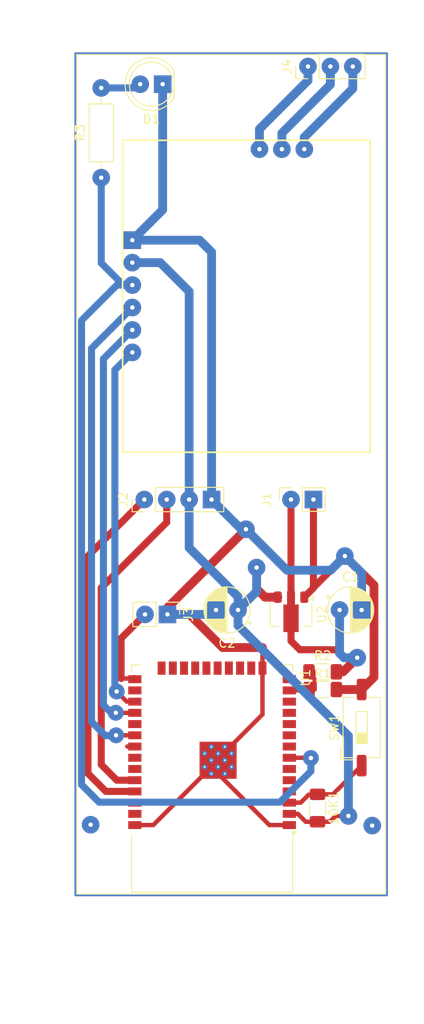
<source format=kicad_pcb>
(kicad_pcb (version 20241229) (generator "pcbnew") (generator_version "9.0")
  (layers (0 "F.Cu" signal) (2 "B.Cu" signal) (13 "F.Paste" user) (15 "B.Paste" user) (5 "F.SilkS" user "F.Silkscreen") (7 "B.SilkS" user "B.Silkscreen") (1 "F.Mask" user) (3 "B.Mask" user) (25 "Edge.Cuts" user))
  (net 0 "")
  (net 1 "Net-(U1-EN)")
  (net 2 "GND")
  (net 3 "Net-(J1-Pin_1)")
  (net 4 "Net-(J3-Pin_2)")
  (net 6 "Net-(J2-Pin_3)")
  (net 23 "Net-(U1-IO35)")
  (net 24 "Net-(J2-Pin_2)")
  (net 27 "unconnected-(U1-IO19-Pad31)")
  (net 29 "Net-(U1-IO18)")
  (net 31 "Net-(U1-IO14)")
  (net 33 "Net-(J2-Pin_1)")
  (net 34 "Net-(J4-Pin_1)")
  (net 35 "Net-(J4-Pin_3)")
  (net 36 "Net-(J4-Pin_2)")
  (net 37 "Net-(U1-IO16)")
  (net 38 "Net-(U1-IO17)")
  (net 41 "Net-(D1-A)")
  (footprint "Capacitor_THT:CP_Radial_D5.0mm_P2.50mm" (layer "F.Cu") (at 156.5 96 180)
    (property "Reference" "C2" (at 1.25 -3.75 0) (layer "F.SilkS"))
    (property "Value" "C")
    (pad "1" thru_hole circle (at 0 0 180) (size 2 2) (drill 0.5) (layers "*.Cu" "*.Mask") (net 6 "Net-(J2-Pin_3)"))
    (pad "2" thru_hole roundrect (at 2.5 0 180) (size 2 2) (drill 0.5) (layers "*.Cu" "*.Mask") (roundrect_rratio 0.125) (net 2 "GND"))
  )
  (footprint "Resistor_THT:R_Axial_DIN0207_L6.3mm_D2.5mm_P10.16mm_Horizontal" (layer "F.Cu") (at 141 47.08 90)
    (property "Reference" "R3" (at 5.08 -2.37 90) (layer "F.SilkS"))
    (property "Value" "R")
    (pad "1" thru_hole circle (at 0 0 90) (size 2 2) (drill 0.5) (layers "*.Cu" "*.Mask") (net 23 "Net-(U1-IO35)"))
    (pad "2" thru_hole circle (at 10.16 0 90) (size 2 2) (drill 0.5) (layers "*.Cu" "*.Mask") (net 41 "Net-(D1-A)"))
  )
  (footprint "LED_THT:LED_D5.0mm" (layer "F.Cu") (at 147.96 36.5 180)
    (property "Reference" "D1" (at 1.27 -3.96 0) (layer "F.SilkS"))
    (property "Value" "LED")
    (pad "1" thru_hole rect (at 0 0 180) (size 2 2) (drill 0.5) (layers "*.Cu" "*.Mask") (net 2 "GND"))
    (pad "2" thru_hole circle (at 2.54 0 180) (size 2 2) (drill 0.5) (layers "*.Cu" "*.Mask") (net 41 "Net-(D1-A)"))
  )
  (footprint "RF_Module:ESP32-WROOM-32" (layer "F.Cu") (at 153.5575 112.09 180)
    (property "Reference" "U1" (at -10.61 8.43 90) (layer "F.SilkS"))
    (property "Value" "ESP32-WROOM-32")
    (pad "1" smd rect (at -8.75 -8.25 180) (size 1.5 0.9) (layers "F.Cu" "F.Mask" "F.Paste") (net 2 "GND"))
    (pad "2" smd rect (at -8.75 -6.98 180) (size 1.5 0.9) (layers "F.Cu" "F.Mask" "F.Paste") (net 6 "Net-(J2-Pin_3)"))
    (pad "3" smd rect (at -8.75 -5.71 180) (size 1.5 0.9) (layers "F.Cu" "F.Mask" "F.Paste") (net 1 "Net-(U1-EN)"))
    (pad "4" smd rect (at -8.75 -4.44 180) (size 1.5 0.9) (layers "F.Cu" "F.Mask" "F.Paste"))
    (pad "5" smd rect (at -8.75 -3.17 180) (size 1.5 0.9) (layers "F.Cu" "F.Mask" "F.Paste"))
    (pad "6" smd rect (at -8.75 -1.9 180) (size 1.5 0.9) (layers "F.Cu" "F.Mask" "F.Paste"))
    (pad "7" smd rect (at -8.75 -0.63 180) (size 1.5 0.9) (layers "F.Cu" "F.Mask" "F.Paste") (net 23 "Net-(U1-IO35)"))
    (pad "8" smd rect (at -8.75 0.64 180) (size 1.5 0.9) (layers "F.Cu" "F.Mask" "F.Paste"))
    (pad "9" smd rect (at -8.75 1.91 180) (size 1.5 0.9) (layers "F.Cu" "F.Mask" "F.Paste"))
    (pad "10" smd rect (at -8.75 3.18 180) (size 1.5 0.9) (layers "F.Cu" "F.Mask" "F.Paste"))
    (pad "11" smd rect (at -8.75 4.45 180) (size 1.5 0.9) (layers "F.Cu" "F.Mask" "F.Paste"))
    (pad "12" smd rect (at -8.75 5.72 180) (size 1.5 0.9) (layers "F.Cu" "F.Mask" "F.Paste"))
    (pad "13" smd rect (at -8.75 6.99 180) (size 1.5 0.9) (layers "F.Cu" "F.Mask" "F.Paste") (net 31 "Net-(U1-IO14)"))
    (pad "14" smd rect (at -8.75 8.26 180) (size 1.5 0.9) (layers "F.Cu" "F.Mask" "F.Paste"))
    (pad "15" smd rect (at -5.71 9.51 270) (size 1.5 0.9) (layers "F.Cu" "F.Mask" "F.Paste") (net 2 "GND"))
    (pad "16" smd rect (at -4.44 9.51 270) (size 1.5 0.9) (layers "F.Cu" "F.Mask" "F.Paste"))
    (pad "17" smd rect (at -3.17 9.51 270) (size 1.5 0.9) (layers "F.Cu" "F.Mask" "F.Paste"))
    (pad "18" smd rect (at -1.9 9.51 270) (size 1.5 0.9) (layers "F.Cu" "F.Mask" "F.Paste"))
    (pad "19" smd rect (at -0.63 9.51 270) (size 1.5 0.9) (layers "F.Cu" "F.Mask" "F.Paste"))
    (pad "20" smd rect (at 0.64 9.51 270) (size 1.5 0.9) (layers "F.Cu" "F.Mask" "F.Paste"))
    (pad "21" smd rect (at 1.91 9.51 270) (size 1.5 0.9) (layers "F.Cu" "F.Mask" "F.Paste"))
    (pad "22" smd rect (at 3.18 9.51 270) (size 1.5 0.9) (layers "F.Cu" "F.Mask" "F.Paste"))
    (pad "23" smd rect (at 4.45 9.51 270) (size 1.5 0.9) (layers "F.Cu" "F.Mask" "F.Paste"))
    (pad "24" smd rect (at 5.72 9.51 270) (size 1.5 0.9) (layers "F.Cu" "F.Mask" "F.Paste"))
    (pad "25" smd rect (at 8.75 8.26 180) (size 1.5 0.9) (layers "F.Cu" "F.Mask" "F.Paste") (net 4 "Net-(J3-Pin_2)"))
    (pad "26" smd rect (at 8.75 6.99 180) (size 1.5 0.9) (layers "F.Cu" "F.Mask" "F.Paste"))
    (pad "27" smd rect (at 8.75 5.72 180) (size 1.5 0.9) (layers "F.Cu" "F.Mask" "F.Paste") (net 37 "Net-(U1-IO16)"))
    (pad "28" smd rect (at 8.75 4.45 180) (size 1.5 0.9) (layers "F.Cu" "F.Mask" "F.Paste") (net 38 "Net-(U1-IO17)"))
    (pad "29" smd rect (at 8.75 3.18 180) (size 1.5 0.9) (layers "F.Cu" "F.Mask" "F.Paste"))
    (pad "30" smd rect (at 8.75 1.91 180) (size 1.5 0.9) (layers "F.Cu" "F.Mask" "F.Paste") (net 29 "Net-(U1-IO18)"))
    (pad "31" smd rect (at 8.75 0.64 180) (size 1.5 0.9) (layers "F.Cu" "F.Mask" "F.Paste") (net 27 "unconnected-(U1-IO19-Pad31)"))
    (pad "32" smd rect (at 8.75 -0.63 180) (size 1.5 0.9) (layers "F.Cu" "F.Mask" "F.Paste"))
    (pad "33" smd rect (at 8.75 -1.9 180) (size 1.5 0.9) (layers "F.Cu" "F.Mask" "F.Paste"))
    (pad "34" smd rect (at 8.75 -3.17 180) (size 1.5 0.9) (layers "F.Cu" "F.Mask" "F.Paste") (net 24 "Net-(J2-Pin_2)"))
    (pad "35" smd rect (at 8.75 -4.44 180) (size 1.5 0.9) (layers "F.Cu" "F.Mask" "F.Paste") (net 33 "Net-(J2-Pin_1)"))
    (pad "36" smd rect (at 8.75 -5.71 180) (size 1.5 0.9) (layers "F.Cu" "F.Mask" "F.Paste"))
    (pad "37" smd rect (at 8.75 -6.98 180) (size 1.5 0.9) (layers "F.Cu" "F.Mask" "F.Paste"))
    (pad "38" smd rect (at 8.75 -8.25 180) (size 1.5 0.9) (layers "F.Cu" "F.Mask" "F.Paste") (net 2 "GND"))
    (pad "39" smd rect (at -2.205 -2.435 180) (size 1.05 1.05) (layers "F.Cu" "F.Paste") (net 2 "GND"))
    (pad "39" thru_hole circle (at -2.205 -1.6725 180) (size 0.6 0.6) (drill 0.2) (property pad_prop_heatsink) (layers "*.Cu" "F.Mask") (net 2 "GND"))
    (pad "39" smd rect (at -2.205 -0.91 180) (size 1.05 1.05) (layers "F.Cu" "F.Paste") (net 2 "GND"))
    (pad "39" thru_hole circle (at -2.205 -0.1475 180) (size 0.6 0.6) (drill 0.2) (property pad_prop_heatsink) (layers "*.Cu" "F.Mask") (net 2 "GND"))
    (pad "39" smd rect (at -2.205 0.615 180) (size 1.05 1.05) (layers "F.Cu" "F.Paste") (net 2 "GND"))
    (pad "39" thru_hole circle (at -1.4425 -2.435 180) (size 0.6 0.6) (drill 0.2) (property pad_prop_heatsink) (layers "*.Cu" "F.Mask") (net 2 "GND"))
    (pad "39" thru_hole circle (at -1.4425 -0.91 180) (size 0.6 0.6) (drill 0.2) (property pad_prop_heatsink) (layers "*.Cu" "F.Mask") (net 2 "GND"))
    (pad "39" thru_hole circle (at -1.4425 0.615 180) (size 0.6 0.6) (drill 0.2) (property pad_prop_heatsink) (layers "*.Cu" "F.Mask") (net 2 "GND"))
    (pad "39" smd rect (at -0.68 -2.435 180) (size 1.05 1.05) (layers "F.Cu" "F.Paste") (net 2 "GND"))
    (pad "39" thru_hole circle (at -0.68 -1.6725 180) (size 0.6 0.6) (drill 0.2) (property pad_prop_heatsink) (layers "*.Cu" "F.Mask") (net 2 "GND"))
    (pad "39" smd rect (at -0.68 -0.91 180) (size 1.05 1.05) (layers "F.Cu" "F.Paste") (net 2 "GND"))
    (pad "39" smd rect (at -0.68 -0.91 180) (size 4.2 4.2) (property pad_prop_heatsink) (layers "F.Cu" "F.Mask") (net 2 "GND"))
    (pad "39" thru_hole circle (at -0.68 -0.1475 180) (size 0.6 0.6) (drill 0.2) (property pad_prop_heatsink) (layers "*.Cu" "F.Mask") (net 2 "GND"))
    (pad "39" smd rect (at -0.68 0.615 180) (size 1.05 1.05) (layers "F.Cu" "F.Paste") (net 2 "GND"))
    (pad "39" thru_hole circle (at 0.0825 -2.435 180) (size 0.6 0.6) (drill 0.2) (property pad_prop_heatsink) (layers "*.Cu" "F.Mask") (net 2 "GND"))
    (pad "39" thru_hole circle (at 0.0825 -0.91 180) (size 0.6 0.6) (drill 0.2) (property pad_prop_heatsink) (layers "*.Cu" "F.Mask") (net 2 "GND"))
    (pad "39" thru_hole circle (at 0.0825 0.615 180) (size 0.6 0.6) (drill 0.2) (property pad_prop_heatsink) (layers "*.Cu" "F.Mask") (net 2 "GND"))
    (pad "39" smd rect (at 0.845 -2.435 180) (size 1.05 1.05) (layers "F.Cu" "F.Paste") (net 2 "GND"))
    (pad "39" thru_hole circle (at 0.845 -1.6725 180) (size 0.6 0.6) (drill 0.2) (property pad_prop_heatsink) (layers "*.Cu" "F.Mask") (net 2 "GND"))
    (pad "39" smd rect (at 0.845 -0.91 180) (size 1.05 1.05) (layers "F.Cu" "F.Paste") (net 2 "GND"))
    (pad "39" thru_hole circle (at 0.845 -0.1475 180) (size 0.6 0.6) (drill 0.2) (property pad_prop_heatsink) (layers "*.Cu" "F.Mask") (net 2 "GND"))
    (pad "39" smd rect (at 0.845 0.615 180) (size 1.05 1.05) (layers "F.Cu" "F.Paste") (net 2 "GND"))
  )
  (footprint "Package_TO_SOT_SMD:SOT-89-3" (layer "F.Cu") (at 162.5 96.5 -90)
    (property "Reference" "U2" (at 0 -3.5 90) (layer "F.SilkS"))
    (property "Value" "HT75xx-1-SOT89")
    (pad "1" smd roundrect (at -1.95 -1.5 270) (size 1.3 0.9) (layers "F.Cu" "F.Mask" "F.Paste") (net 2 "GND"))
    (pad "2" smd custom (at -1.8625 0 270) (size 1.475 0.9) (layers "F.Cu" "F.Mask" "F.Paste") (net 3 "Net-(J1-Pin_1)") (options (clearance outline) (anchor rect)) (primitives (gr_poly (pts (xy 3.8625 0.8665) (xy 0.7375 0.8665) (xy 0.7375 -0.8665) (xy 3.8625 -0.8665)) (width 0) (fill yes))))
    (pad "3" smd roundrect (at -1.95 1.5 270) (size 1.3 0.9) (layers "F.Cu" "F.Mask" "F.Paste") (net 6 "Net-(J2-Pin_3)"))
  )
  (footprint "Connector_PinHeader_2.54mm:PinHeader_1x02_P2.54mm_Vertical" (layer "F.Cu") (at 148.5 96.5 -90)
    (property "Reference" "J3" (at 0 -2.38 90) (layer "F.SilkS"))
    (property "Value" "Boot")
    (pad "1" thru_hole rect (at 0 0 270) (size 2 2) (drill 0.5) (layers "*.Cu" "*.Mask") (net 2 "GND"))
    (pad "2" thru_hole circle (at 0 2.54 270) (size 2 2) (drill 0.5) (layers "*.Cu" "*.Mask") (net 4 "Net-(J3-Pin_2)"))
  )
  (footprint "Resistor_SMD:R_1206_3216Metric_Pad1.30x1.75mm_HandSolder" (layer "F.Cu") (at 166.0875 105)
    (property "Reference" "R1" (at 0 -1.83 0) (layer "F.SilkS"))
    (property "Value" "R")
    (pad "1" smd roundrect (at -1.55 0) (size 1.3 1.75) (layers "F.Cu" "F.Mask" "F.Paste") (roundrect_rratio 0.192308) (net 31 "Net-(U1-IO14)"))
    (pad "2" smd roundrect (at 1.55 0) (size 1.3 1.75) (layers "F.Cu" "F.Mask" "F.Paste") (roundrect_rratio 0.192308) (net 2 "GND"))
  )
  (footprint "Library:ad8232_board" (layer "F.Cu") (at 171.425 43.85 -90)
    (property "Reference" "U3" (hide yes))
    (property "Value" "~" (hide yes))
    (pad "1" thru_hole circle (at 0 7.42 270) (size 2 2) (drill 0.5) (layers "*.Cu" "*.Mask") (net 35 "Net-(J4-Pin_3)"))
    (pad "2" thru_hole circle (at 0 9.96 270) (size 2 2) (drill 0.5) (layers "*.Cu" "*.Mask") (net 36 "Net-(J4-Pin_2)"))
    (pad "3" thru_hole circle (at 0 12.5 270) (size 2 2) (drill 0.5) (layers "*.Cu" "*.Mask") (net 34 "Net-(J4-Pin_1)"))
    (pad "4" thru_hole rect (at 10.3 26.9 270) (size 2 2) (drill 0.5) (layers "*.Cu" "*.Mask") (net 2 "GND"))
    (pad "5" thru_hole circle (at 12.84 26.9 270) (size 2 2) (drill 0.5) (layers "*.Cu" "*.Mask") (net 6 "Net-(J2-Pin_3)"))
    (pad "6" thru_hole circle (at 15.38 26.9 270) (size 2 2) (drill 0.5) (layers "*.Cu" "*.Mask") (net 23 "Net-(U1-IO35)"))
    (pad "7" thru_hole circle (at 17.92 26.9 270) (size 2 2) (drill 0.5) (layers "*.Cu" "*.Mask") (net 29 "Net-(U1-IO18)"))
    (pad "8" thru_hole circle (at 20.46 26.9 270) (size 2 2) (drill 0.5) (layers "*.Cu" "*.Mask") (net 38 "Net-(U1-IO17)"))
    (pad "9" thru_hole circle (at 23 26.9 270) (size 2 2) (drill 0.5) (layers "*.Cu" "*.Mask") (net 37 "Net-(U1-IO16)"))
  )
  (footprint "Resistor_SMD:R_1206_3216Metric_Pad1.30x1.75mm_HandSolder" (layer "F.Cu") (at 165.5 118.4125 -90)
    (property "Reference" "10K1" (at 0 -1.83 270) (layer "F.SilkS"))
    (property "Value" "R")
    (pad "1" smd roundrect (at -1.55 0 270) (size 1.3 1.75) (layers "F.Cu" "F.Mask" "F.Paste") (roundrect_rratio 0.192308) (net 1 "Net-(U1-EN)"))
    (pad "2" smd roundrect (at 1.55 0 270) (size 1.3 1.75) (layers "F.Cu" "F.Mask" "F.Paste") (roundrect_rratio 0.192308) (net 6 "Net-(J2-Pin_3)"))
  )
  (footprint "Capacitor_THT:CP_Radial_D5.0mm_P2.50mm" (layer "F.Cu") (at 168 96)
    (property "Reference" "C1" (at 1.25 -3.75 0) (layer "F.SilkS"))
    (property "Value" "C")
    (pad "1" thru_hole circle (at 0 0) (size 2 2) (drill 0.5) (layers "*.Cu" "*.Mask") (net 3 "Net-(J1-Pin_1)"))
    (pad "2" thru_hole roundrect (at 2.5 0) (size 2 2) (drill 0.5) (layers "*.Cu" "*.Mask") (roundrect_rratio 0.125) (net 2 "GND"))
  )
  (footprint "Connector_PinHeader_2.54mm:PinHeader_1x04_P2.54mm_Vertical" (layer "F.Cu") (at 145.88 83.5 90)
    (property "Reference" "J2" (at 0 -2.38 90) (layer "F.SilkS"))
    (property "Value" "Conn_01x04_Socket")
    (pad "1" thru_hole circle (at 0 0 90) (size 2 2) (drill 0.5) (layers "*.Cu" "*.Mask") (net 33 "Net-(J2-Pin_1)"))
    (pad "2" thru_hole circle (at 0 2.54 90) (size 2 2) (drill 0.5) (layers "*.Cu" "*.Mask") (net 24 "Net-(J2-Pin_2)"))
    (pad "3" thru_hole circle (at 0 5.08 90) (size 2 2) (drill 0.5) (layers "*.Cu" "*.Mask") (net 6 "Net-(J2-Pin_3)"))
    (pad "4" thru_hole rect (at 0 7.62 90) (size 2 2) (drill 0.5) (layers "*.Cu" "*.Mask") (net 2 "GND"))
  )
  (footprint "Connector_PinHeader_2.54mm:PinHeader_1x03_P2.54mm_Vertical" (layer "F.Cu") (at 164.42 34.5 90)
    (property "Reference" "J4" (at 0 -2.38 90) (layer "F.SilkS"))
    (property "Value" "Conn_01x03_Socket")
    (pad "1" thru_hole circle (at 0 0 90) (size 2 2) (drill 0.5) (layers "*.Cu" "*.Mask") (net 34 "Net-(J4-Pin_1)"))
    (pad "2" thru_hole circle (at 0 2.54 90) (size 2 2) (drill 0.5) (layers "*.Cu" "*.Mask") (net 36 "Net-(J4-Pin_2)"))
    (pad "3" thru_hole circle (at 0 5.08 90) (size 2 2) (drill 0.5) (layers "*.Cu" "*.Mask") (net 35 "Net-(J4-Pin_3)"))
  )
  (footprint "Button_Switch_SMD:SW_DIP_SPSTx01_Slide_6.7x4.1mm_W8.61mm_P2.54mm_LowProfile" (layer "F.Cu") (at 170.5 109.305 90)
    (property "Reference" "SW1" (at 0 -3.11 90) (layer "F.SilkS"))
    (property "Value" "Reset")
    (pad "1" smd roundrect (at -4.305 0 90) (size 2.44 1.12) (layers "F.Cu" "F.Mask" "F.Paste") (roundrect_rratio 0.223214) (net 1 "Net-(U1-EN)"))
    (pad "2" smd roundrect (at 4.305 0 90) (size 2.44 1.12) (layers "F.Cu" "F.Mask" "F.Paste") (roundrect_rratio 0.223214) (net 2 "GND"))
  )
  (footprint "Connector_PinSocket_2.54mm:PinSocket_1x02_P2.54mm_Vertical" (layer "F.Cu") (at 162.5 83.5 90)
    (property "Reference" "J1" (at 0 -2.77 90) (layer "F.SilkS"))
    (property "Value" "Battery")
    (pad "1" thru_hole circle (at 0 0 90) (size 2 2) (drill 0.5) (layers "*.Cu" "*.Mask") (net 3 "Net-(J1-Pin_1)"))
    (pad "2" thru_hole rect (at 0 2.54 90) (size 2 2) (drill 0.5) (layers "*.Cu" "*.Mask") (net 2 "GND"))
  )
  (footprint "Resistor_SMD:R_1206_3216Metric_Pad1.30x1.75mm_HandSolder" (layer "F.Cu") (at 166.0875 103)
    (property "Reference" "R2" (at 0 -1.83 0) (layer "F.SilkS"))
    (property "Value" "R")
    (pad "1" smd roundrect (at -1.55 0) (size 1.3 1.75) (layers "F.Cu" "F.Mask" "F.Paste") (roundrect_rratio 0.192308) (net 31 "Net-(U1-IO14)"))
    (pad "2" smd roundrect (at 1.55 0) (size 1.3 1.75) (layers "F.Cu" "F.Mask" "F.Paste") (roundrect_rratio 0.192308) (net 3 "Net-(J1-Pin_1)"))
  )
  (gr_rect (start 138.068233 32.999009) (end 173.370778 128.299732) (stroke (width 0.2)) (fill no) (layer "F.Cu"))
  (gr_rect (start 138.068233 32.999009) (end 173.370778 128.299732) (stroke (width 0.2)) (fill no) (layer "B.Cu"))
  (gr_rect (start 138.22 33.15) (end 173.22 128.15) (stroke (width 0.1)) (fill no) (layer "F.SilkS"))
  (via (at 139.8 120.3) (size 2) (drill 0.5) (layers "F.Cu" "B.Cu") (net 0))
  (via (at 171.7 120.4) (size 2) (drill 0.5) (layers "F.Cu" "B.Cu") (net 0))
  (segment (start 167.2475 116.8625) (end 170.5 113.61) (width 0.5) (layer "F.Cu") (net 1))
  (segment (start 162.3075 117.8) (end 163.6 117.8) (width 0.5) (layer "F.Cu") (net 1))
  (segment (start 170.544351 113.654351) (end 170.5 113.61) (width 0.5) (layer "F.Cu") (net 1))
  (segment (start 163.6 117.8) (end 164.5 116.9) (width 0.5) (layer "F.Cu") (net 1))
  (segment (start 164.9 116.9) (end 164.9375 116.8625) (width 0.5) (layer "F.Cu") (net 1))
  (segment (start 164.5 116.9) (end 164.9 116.9) (width 0.5) (layer "F.Cu") (net 1))
  (segment (start 164.9375 116.8625) (end 167.2475 116.8625) (width 0.5) (layer "F.Cu") (net 1))
  (segment (start 165.04 83.5) (end 165.04 93.51) (width 0.8) (layer "F.Cu") (net 2))
  (segment (start 159.2675 107.8175) (end 153.885 113.2) (width 0.5) (layer "F.Cu") (net 2))
  (segment (start 154 96) (end 153.5 96) (width 0.5) (layer "F.Cu") (net 2))
  (segment (start 164 94.55) (end 165.04 93.51) (width 0.8) (layer "F.Cu") (net 2))
  (segment (start 171.9 103.6) (end 170.5 105) (width 1) (layer "F.Cu") (net 2))
  (segment (start 165.04 93.51) (end 165.04 93.46) (width 0.5) (layer "F.Cu") (net 2))
  (segment (start 152.760426 91.5) (end 152.75 91.5) (width 1) (layer "F.Cu") (net 2))
  (segment (start 157.396874 86.863552) (end 152.760426 91.5) (width 1) (layer "F.Cu") (net 2))
  (segment (start 152.75 91.5) (end 148.5 95.75) (width 1) (layer "F.Cu") (net 2))
  (segment (start 154.75 100.25) (end 159.25 100.25) (width 1) (layer "F.Cu") (net 2))
  (segment (start 160.0525 120.34) (end 154.2375 114.525) (width 0.5) (layer "F.Cu") (net 2))
  (segment (start 171.9 93.2) (end 171.9 103.6) (width 1) (layer "F.Cu") (net 2))
  (segment (start 148.5 95.75) (end 148.5 96.5) (width 1) (layer "F.Cu") (net 2))
  (segment (start 168.6 89.9) (end 165.04 93.46) (width 0.8) (layer "F.Cu") (net 2))
  (segment (start 159.2675 102.58) (end 159.2675 107.8175) (width 0.5) (layer "F.Cu") (net 2))
  (segment (start 167.6375 105) (end 170.5 105) (width 1) (layer "F.Cu") (net 2))
  (segment (start 162.3075 120.34) (end 160.0525 120.34) (width 0.5) (layer "F.Cu") (net 2))
  (segment (start 168.6 89.9) (end 171.9 93.2) (width 1) (layer "F.Cu") (net 2))
  (segment (start 144.8075 120.34) (end 146.8975 120.34) (width 0.5) (layer "F.Cu") (net 2))
  (segment (start 159.2675 100.2675) (end 159.2675 102.58) (width 0.5) (layer "F.Cu") (net 2))
  (segment (start 159.25 100.25) (end 159.2675 100.2675) (width 1) (layer "F.Cu") (net 2))
  (segment (start 151 96.5) (end 154.75 100.25) (width 1) (layer "F.Cu") (net 2))
  (segment (start 148.5 96.5) (end 151 96.5) (width 1) (layer "F.Cu") (net 2))
  (segment (start 146.8975 120.34) (end 154.2375 113) (width 0.5) (layer "F.Cu") (net 2))
  (via (at 157.396874 86.863552) (size 2) (drill 0.5) (layers "F.Cu" "B.Cu") (net 2))
  (via (at 168.6 89.9) (size 2) (drill 0.5) (layers "F.Cu" "B.Cu") (net 2))
  (segment (start 153.5 55.5) (end 153.5 83.5) (width 1) (layer "B.Cu") (net 2))
  (segment (start 157.396874 86.863552) (end 156.863552 86.863552) (width 1) (layer "B.Cu") (net 2))
  (segment (start 147.96 50.715) (end 144.525 54.15) (width 1) (layer "B.Cu") (net 2))
  (segment (start 170.5 91.8) (end 168.6 89.9) (width 1) (layer "B.Cu") (net 2))
  (segment (start 170.5 96) (end 170.5 91.8) (width 1) (layer "B.Cu") (net 2))
  (segment (start 152.15 54.15) (end 153.5 55.5) (width 1) (layer "B.Cu") (net 2))
  (segment (start 148.5 96.5) (end 153.5 96.5) (width 1) (layer "B.Cu") (net 2))
  (segment (start 147.96 36.5) (end 147.96 50.715) (width 1) (layer "B.Cu") (net 2))
  (segment (start 167 91.5) (end 168.6 89.9) (width 1) (layer "B.Cu") (net 2))
  (segment (start 157.396874 86.863552) (end 162.033322 91.5) (width 1) (layer "B.Cu") (net 2))
  (segment (start 156.863552 86.863552) (end 153.5 83.5) (width 1) (layer "B.Cu") (net 2))
  (segment (start 153.5 96.5) (end 154 96) (width 1) (layer "B.Cu") (net 2))
  (segment (start 144.525 54.15) (end 152.15 54.15) (width 1) (layer "B.Cu") (net 2))
  (segment (start 162.033322 91.5) (end 167 91.5) (width 1) (layer "B.Cu") (net 2))
  (segment (start 168.4 103) (end 170 101.4) (width 1) (layer "F.Cu") (net 3))
  (segment (start 167.6375 102.3625) (end 167.6375 103) (width 0.5) (layer "F.Cu") (net 3))
  (segment (start 162.5 94.6375) (end 162.5 83.5) (width 0.8) (layer "F.Cu") (net 3))
  (segment (start 168.7 101.2) (end 169.8 101.2) (width 0.5) (layer "F.Cu") (net 3))
  (segment (start 162.5 99.5) (end 162.5 94.6375) (width 0.8) (layer "F.Cu") (net 3))
  (segment (start 163.5 100.5) (end 162.5 99.5) (width 0.8) (layer "F.Cu") (net 3))
  (segment (start 169.8 101.2) (end 170 101.4) (width 0.5) (layer "F.Cu") (net 3))
  (segment (start 170 101.4) (end 168.9 101.4) (width 0.5) (layer "F.Cu") (net 3))
  (segment (start 170 101.4) (end 168.5 101.4) (width 0.8) (layer "F.Cu") (net 3))
  (segment (start 168.5 101.4) (end 167.6 100.5) (width 0.8) (layer "F.Cu") (net 3))
  (segment (start 167.6375 103) (end 168.4 103) (width 0.5) (layer "F.Cu") (net 3))
  (segment (start 167.6 100.5) (end 163.5 100.5) (width 0.8) (layer "F.Cu") (net 3))
  (via (at 170 101.4) (size 2) (drill 0.5) (layers "F.Cu" "B.Cu") (net 3))
  (segment (start 168.5 101.4) (end 168 100.9) (width 1) (layer "B.Cu") (net 3))
  (segment (start 170 101.4) (end 168.5 101.4) (width 1) (layer "B.Cu") (net 3))
  (segment (start 168 100.9) (end 168 96) (width 1) (layer "B.Cu") (net 3))
  (segment (start 143.25 103.75) (end 143.25 99.21) (width 0.8) (layer "F.Cu") (net 4))
  (segment (start 143.25 99.21) (end 145.96 96.5) (width 0.8) (layer "F.Cu") (net 4))
  (segment (start 144.7275 103.75) (end 144.8075 103.83) (width 0.8) (layer "F.Cu") (net 4))
  (segment (start 143.25 103.75) (end 144.7275 103.75) (width 0.5) (layer "F.Cu") (net 4))
  (segment (start 162.3075 119.07) (end 162.3285 119.049) (width 0.5) (layer "F.Cu") (net 6))
  (segment (start 166.894189 119.9625) (end 167.531689 119.325) (width 0.5) (layer "F.Cu") (net 6))
  (segment (start 167.531689 119.325) (end 168.977273 119.325) (width 0.5) (layer "F.Cu") (net 6))
  (segment (start 167.554416 119.302273) (end 167.531689 119.325) (width 0.5) (layer "F.Cu") (net 6))
  (segment (start 163.27 119.07) (end 164.1625 119.9625) (width 0.5) (layer "F.Cu") (net 6))
  (segment (start 168.977273 119.325) (end 169 119.302273) (width 0.5) (layer "F.Cu") (net 6))
  (segment (start 164.1625 119.9625) (end 166.894189 119.9625) (width 0.5) (layer "F.Cu") (net 6))
  (segment (start 162.3075 119.07) (end 163.27 119.07) (width 0.5) (layer "F.Cu") (net 6))
  (segment (start 158.6 93.6) (end 159.55 94.55) (width 1) (layer "F.Cu") (net 6))
  (segment (start 159.55 94.55) (end 161 94.55) (width 1) (layer "F.Cu") (net 6))
  (segment (start 158.6 91.2) (end 158.6 93.6) (width 1) (layer "F.Cu") (net 6))
  (via (at 169 119.302273) (size 2) (drill 0.5) (layers "F.Cu" "B.Cu") (net 6))
  (via (at 158.6 91.2) (size 2) (drill 0.5) (layers "F.Cu" "B.Cu") (net 6))
  (segment (start 156.5 97.75) (end 156.5 96) (width 1) (layer "B.Cu") (net 6))
  (segment (start 158.6 93.9) (end 156.5 96) (width 1) (layer "B.Cu") (net 6))
  (segment (start 150.96 59.96) (end 150.96 83.5) (width 1) (layer "B.Cu") (net 6))
  (segment (start 150.96 88.96) (end 156.5 94.5) (width 1) (layer "B.Cu") (net 6))
  (segment (start 169 110.25) (end 156.5 97.75) (width 1) (layer "B.Cu") (net 6))
  (segment (start 147.69 56.69) (end 150.96 59.96) (width 1) (layer "B.Cu") (net 6))
  (segment (start 169 119.302273) (end 169 110.25) (width 1) (layer "B.Cu") (net 6))
  (segment (start 156.5 94.5) (end 156.5 96) (width 1) (layer "B.Cu") (net 6))
  (segment (start 158.6 91.2) (end 158.6 93.9) (width 1) (layer "B.Cu") (net 6))
  (segment (start 144.525 56.69) (end 147.69 56.69) (width 1) (layer "B.Cu") (net 6))
  (segment (start 150.96 83.5) (end 150.96 88.96) (width 1) (layer "B.Cu") (net 6))
  (segment (start 162.3075 112.72) (end 164.72 112.72) (width 0.5) (layer "F.Cu") (net 23))
  (segment (start 164.72 112.72) (end 164.75 112.75) (width 0.2) (layer "F.Cu") (net 23))
  (via (at 164.75 112.75) (size 1.8) (drill 0.5) (layers "F.Cu" "B.Cu") (net 23))
  (segment (start 144.525 59.23) (end 143.5 59.23) (width 0.8) (layer "B.Cu") (net 23))
  (segment (start 140.75 117.75) (end 161.25 117.75) (width 0.8) (layer "B.Cu") (net 23))
  (segment (start 161.25 117.75) (end 164.75 114.25) (width 0.8) (layer "B.Cu") (net 23))
  (segment (start 141 47.08) (end 141 56.73) (width 0.8) (layer "B.Cu") (net 23))
  (segment (start 164.75 114.25) (end 164.75 112.75) (width 0.8) (layer "B.Cu") (net 23))
  (segment (start 143.5 59.23) (end 142.77 59.23) (width 0.8) (layer "B.Cu") (net 23))
  (segment (start 141 56.73) (end 143.5 59.23) (width 0.8) (layer "B.Cu") (net 23))
  (segment (start 142.77 59.23) (end 138.769233 63.230767) (width 0.8) (layer "B.Cu") (net 23))
  (segment (start 138.769233 63.230767) (end 138.769233 115.769233) (width 0.8) (layer "B.Cu") (net 23))
  (segment (start 138.769233 115.769233) (end 140.75 117.75) (width 0.8) (layer "B.Cu") (net 23))
  (segment (start 144.8075 115.26) (end 142.76 115.26) (width 0.8) (layer "F.Cu") (net 24))
  (segment (start 144.777065 115.290435) (end 144.8075 115.26) (width 0.5) (layer "F.Cu") (net 24))
  (segment (start 142.76 115.26) (end 141 113.5) (width 0.8) (layer "F.Cu") (net 24))
  (segment (start 141 93.5) (end 148.42 86.08) (width 0.8) (layer "F.Cu") (net 24))
  (segment (start 141 113.5) (end 141 93.5) (width 0.8) (layer "F.Cu") (net 24))
  (segment (start 148.42 86.08) (end 148.42 83.5) (width 0.8) (layer "F.Cu") (net 24))
  (segment (start 144.7575 111.5) (end 144.8075 111.45) (width 0.3) (layer "F.Cu") (net 27))
  (segment (start 144.8075 111.45) (end 143.951817 111.45) (width 0.5) (layer "F.Cu") (net 27))
  (segment (start 142.536315 110.18) (end 142.68 110.18) (width 0.3) (layer "F.Cu") (net 29))
  (segment (start 144.771185 110.216315) (end 144.8075 110.18) (width 0.3) (layer "F.Cu") (net 29))
  (segment (start 144.8075 110.18) (end 142.536315 110.18) (width 0.5) (layer "F.Cu") (net 29))
  (via (at 142.68 110.18) (size 1.8) (drill 0.5) (layers "F.Cu" "B.Cu") (net 29))
  (segment (start 139.899 108.649) (end 139.899 66.396) (width 0.8) (layer "B.Cu") (net 29))
  (segment (start 142.643685 110.216315) (end 141.466315 110.216315) (width 0.8) (layer "B.Cu") (net 29))
  (segment (start 141.466315 110.216315) (end 139.899 108.649) (width 0.8) (layer "B.Cu") (net 29))
  (segment (start 139.899 66.396) (end 144.525 61.77) (width 0.8) (layer "B.Cu") (net 29))
  (segment (start 142.68 110.18) (end 142.643685 110.216315) (width 0.8) (layer "B.Cu") (net 29))
  (segment (start 164.975 104.8) (end 165.175 105) (width 0.5) (layer "F.Cu") (net 31))
  (segment (start 162.3075 105.1) (end 165.075 105.1) (width 0.5) (layer "F.Cu") (net 31))
  (segment (start 165.175 103) (end 165.175 105) (width 0.5) (layer "F.Cu") (net 31))
  (segment (start 144.8075 116.53) (end 141.53 116.53) (width 0.8) (layer "F.Cu") (net 33))
  (segment (start 139.5 114.5) (end 139.5 89.88) (width 0.8) (layer "F.Cu") (net 33))
  (segment (start 141.53 116.53) (end 139.5 114.5) (width 0.8) (layer "F.Cu") (net 33))
  (segment (start 144.7775 116.5) (end 144.8075 116.53) (width 0.5) (layer "F.Cu") (net 33))
  (segment (start 139.5 89.88) (end 145.88 83.5) (width 0.8) (layer "F.Cu") (net 33))
  (segment (start 158.925 41.575) (end 158.925 43.85) (width 1) (layer "B.Cu") (net 34))
  (segment (start 164.42 34.5) (end 164.42 36.08) (width 1) (layer "B.Cu") (net 34))
  (segment (start 158.96 43.815) (end 158.925 43.85) (width 1) (layer "B.Cu") (net 34))
  (segment (start 164.42 36.08) (end 158.925 41.575) (width 1) (layer "B.Cu") (net 34))
  (segment (start 164.005 42.505) (end 164.005 43.85) (width 1) (layer "B.Cu") (net 35))
  (segment (start 164 42.5) (end 164.005 42.505) (width 1) (layer "B.Cu") (net 35))
  (segment (start 164.04 43.815) (end 164.005 43.85) (width 1) (layer "B.Cu") (net 35))
  (segment (start 169.5 34.5) (end 169.5 37) (width 1) (layer "B.Cu") (net 35))
  (segment (start 169.5 37) (end 164 42.5) (width 1) (layer "B.Cu") (net 35))
  (segment (start 161.5 43.815) (end 161.465 43.85) (width 1) (layer "B.Cu") (net 36))
  (segment (start 161.465 42.035) (end 161.465 43.85) (width 1) (layer "B.Cu") (net 36))
  (segment (start 166.96 36.54) (end 161.465 42.035) (width 1) (layer "B.Cu") (net 36))
  (segment (start 166.96 34.5) (end 166.96 36.54) (width 1) (layer "B.Cu") (net 36))
  (segment (start 143.886244 106.359578) (end 144.797078 106.359578) (width 0.5) (layer "F.Cu") (net 37))
  (segment (start 144.797078 106.359578) (end 144.8075 106.37) (width 0.3) (layer "F.Cu") (net 37))
  (segment (start 142.75 105.223334) (end 143.886244 106.359578) (width 0.5) (layer "F.Cu") (net 37))
  (via (at 142.75 105.223334) (size 1.8) (drill 0.5) (layers "F.Cu" "B.Cu") (net 37))
  (segment (start 142.75 105.223334) (end 142.547754 105.021088) (width 0.5) (layer "B.Cu") (net 37))
  (segment (start 142.547754 68.827246) (end 144.525 66.85) (width 0.8) (layer "B.Cu") (net 37))
  (segment (start 142.547754 105.021088) (end 142.547754 68.827246) (width 0.8) (layer "B.Cu") (net 37))
  (segment (start 144.766907 107.680593) (end 144.8075 107.64) (width 0.3) (layer "F.Cu") (net 38))
  (segment (start 144.8075 107.64) (end 142.658717 107.64) (width 0.5) (layer "F.Cu") (net 38))
  (segment (start 142.658717 107.64) (end 142.64693 107.628213) (width 0.3) (layer "F.Cu") (net 38))
  (via (at 142.64693 107.628213) (size 1.8) (drill 0.5) (layers "F.Cu" "B.Cu") (net 38))
  (segment (start 141.25 67.585) (end 144.525 64.31) (width 0.8) (layer "B.Cu") (net 38))
  (segment (start 141.25 106.75) (end 141.25 67.585) (width 0.8) (layer "B.Cu") (net 38))
  (segment (start 142.128213 107.628213) (end 142.64693 107.628213) (width 0.8) (layer "B.Cu") (net 38))
  (segment (start 141.25 106.75) (end 142.128213 107.628213) (width 0.8) (layer "B.Cu") (net 38))
  (segment (start 145 36.92) (end 145.42 36.5) (width 0.8) (layer "B.Cu") (net 41))
  (segment (start 141 36.92) (end 145 36.92) (width 0.8) (layer "B.Cu") (net 41))
)
</source>
